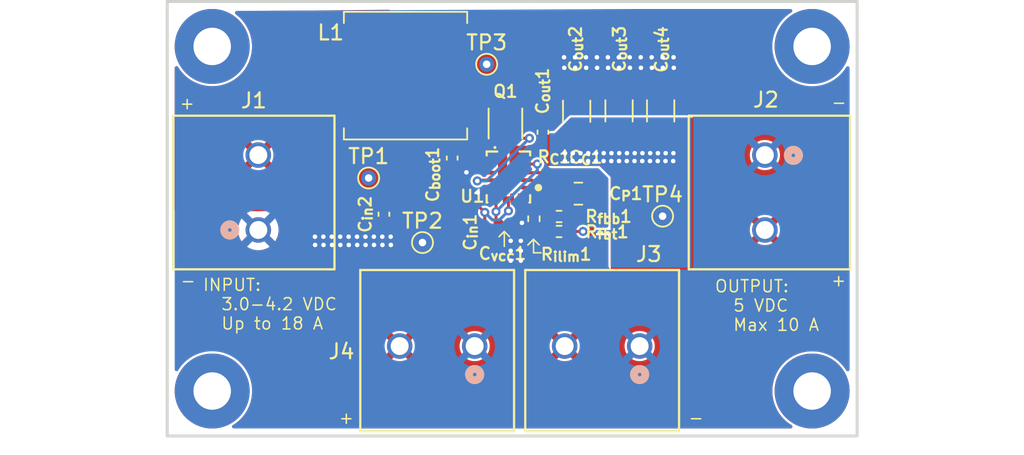
<source format=kicad_pcb>
(kicad_pcb (version 20241229) (generator "pcbnew") (generator_version "9.0")
  (layers (0 "F.Cu" signal) (2 "B.Cu" signal) (13 "F.Paste" user) (15 "B.Paste" user) (5 "F.SilkS" user "F.Silkscreen") (7 "B.SilkS" user "B.Silkscreen") (1 "F.Mask" user) (3 "B.Mask" user) (25 "Edge.Cuts" user))
  (net 0 "")
  (net 1 "Vbat")
  (net 2 "Net-(U1-COMP)")
  (net 3 "+5VDC")
  (net 4 "Net-(U1-SW)")
  (net 5 "Net-(U1-BOOT)")
  (net 6 "Net-(U1-MODE)")
  (net 7 "Net-(U1-DRV)")
  (net 8 "Net-(U1-FB)")
  (net 9 "Net-(U1-ILIM)")
  (net 10 "GND")
  (net 11 "Net-(C_{C}1-Pad1)")
  (footprint "Resistor_SMD:R_0201_0603Metric_Pad0.64x0.40mm_HandSolder" (layer "F.Cu") (at 79.8 51.175)
    (property "Reference" "R_{C}1" (at 0 -1.05 0) (layer "F.SilkS") (effects (font (size 0.8 0.8))))
    (property "Value" "23.7 k")
    (pad "1" smd roundrect (at -0.4075 0) (size 0.635 0.4) (layers "F.Cu" "F.Mask") (net 2 "Net-(U1-COMP)"))
    (pad "2" smd roundrect (at 0.4075 0) (size 0.635 0.4) (layers "F.Cu" "F.Mask") (net 11 "Net-(C_{C}1-Pad1)"))
  )
  (footprint "Capacitor_SMD:C_0201_0603Metric_Pad0.64x0.40mm_HandSolder" (layer "F.Cu") (at 81.625 51.175)
    (property "Reference" "C_{C}1" (at 0.275 -1.025 0) (layer "F.SilkS") (effects (font (size 0.8 0.8))))
    (property "Value" "33.0 nF")
    (pad "1" smd roundrect (at -0.4075 0) (size 0.635 0.4) (layers "F.Cu" "F.Mask") (net 11 "Net-(C_{C}1-Pad1)"))
    (pad "2" smd roundrect (at 0.4075 0) (size 0.635 0.4) (layers "F.Cu" "F.Mask") (net 10 "GND"))
  )
  (footprint "MountingHole:MountingHole_2.5mm_Pad_TopBottom" (layer "F.Cu") (at 97 65.75)
    (property "Reference" "REF**" (hide yes))
    (property "Value" "MountingHole_2.5mm_Pad_TopBottom")
    (pad "1" thru_hole circle (at 0 0) (size 2.9 2.9) (drill 2.5) (layers "*.Cu" "*.Mask"))
    (pad "1" connect circle (at 0 0) (size 5 5) (layers "F.Cu" "F.Mask"))
    (pad "1" connect circle (at 0 0) (size 5 5) (layers "B.Cu" "B.Mask"))
  )
  (footprint "Capacitor_SMD:C_0201_0603Metric_Pad0.64x0.40mm_HandSolder" (layer "F.Cu") (at 76.4825 54.525)
    (property "Reference" "C_{vcc}1" (at -0.1325 2.05 180) (layer "F.SilkS") (effects (font (size 0.8 0.8))))
    (property "Value" "2.2 uF")
    (pad "1" smd roundrect (at -0.4075 0) (size 0.635 0.4) (layers "F.Cu" "F.Mask") (net 6 "Net-(U1-MODE)"))
    (pad "2" smd roundrect (at 0.4075 0) (size 0.635 0.4) (layers "F.Cu" "F.Mask") (net 10 "GND"))
  )
  (footprint "TestPoint:TestPoint_THTPad_D1.0mm_Drill0.5mm" (layer "F.Cu") (at 87.03 54.08)
    (property "Reference" "TP4" (at 0 -1.448 0) (layer "F.SilkS"))
    (property "Value" "TestPoint")
    (fp_circle (center 0 0) (end 0 0.7) (stroke (width 0.12)) (fill no) (layer "F.SilkS"))
    (pad "1" thru_hole circle (at 0 0) (size 1 1) (drill 0.5) (layers "*.Cu" "*.Mask") (net 3 "+5VDC"))
  )
  (footprint "Capacitor_SMD:C_0402_1005Metric_Pad0.74x0.62mm_HandSolder" (layer "F.Cu") (at 79.05 48.475 90)
    (property "Reference" "C_{out}1" (at 2.75 -0.025 90) (layer "F.SilkS") (effects (font (size 0.8 0.8))))
    (property "Value" "100.0 nF")
    (fp_line (start -0.115835 -0.36) (end 0.115835 -0.36) (stroke (width 0.12)) (layer "F.SilkS"))
    (fp_line (start -0.115835 0.36) (end 0.115835 0.36) (stroke (width 0.12)) (layer "F.SilkS"))
    (pad "1" smd roundrect (at -0.5675 0 90) (size 0.735 0.62) (layers "F.Cu" "F.Mask" "F.Paste") (net 3 "+5VDC"))
    (pad "2" smd roundrect (at 0.5675 0 90) (size 0.735 0.62) (layers "F.Cu" "F.Mask" "F.Paste") (net 10 "GND"))
  )
  (footprint "TestPoint:TestPoint_THTPad_D1.0mm_Drill0.5mm" (layer "F.Cu") (at 71.02 55.84)
    (property "Reference" "TP2" (at 0 -1.448 0) (layer "F.SilkS"))
    (property "Value" "TestPoint")
    (fp_circle (center 0 0) (end 0 0.7) (stroke (width 0.12)) (fill no) (layer "F.SilkS"))
    (pad "1" thru_hole circle (at 0 0) (size 1 1) (drill 0.5) (layers "*.Cu" "*.Mask") (net 10 "GND"))
  )
  (footprint "MountingHole:MountingHole_2.5mm_Pad_TopBottom" (layer "F.Cu") (at 97 42.75)
    (property "Reference" "REF**" (hide yes))
    (property "Value" "MountingHole_2.5mm_Pad_TopBottom")
    (pad "1" thru_hole circle (at 0 0) (size 2.9 2.9) (drill 2.5) (layers "*.Cu" "*.Mask"))
    (pad "1" connect circle (at 0 0) (size 5 5) (layers "F.Cu" "F.Mask"))
    (pad "1" connect circle (at 0 0) (size 5 5) (layers "B.Cu" "B.Mask"))
  )
  (footprint "Capacitor_SMD:C_0805_2012Metric_Pad1.18x1.45mm_HandSolder" (layer "F.Cu") (at 81.4125 52.575)
    (property "Reference" "C_{P}1" (at 3.1625 0 0) (layer "F.SilkS") (effects (font (size 0.8 0.8))))
    (property "Value" "47.0 pF")
    (fp_line (start -0.261252 -0.735) (end 0.261252 -0.735) (stroke (width 0.12)) (layer "F.SilkS"))
    (fp_line (start -0.261252 0.735) (end 0.261252 0.735) (stroke (width 0.12)) (layer "F.SilkS"))
    (pad "1" smd roundrect (at -1.0375 0) (size 1.175 1.45) (layers "F.Cu" "F.Mask" "F.Paste") (roundrect_rratio 0.212766) (net 2 "Net-(U1-COMP)"))
    (pad "2" smd roundrect (at 1.0375 0) (size 1.175 1.45) (layers "F.Cu" "F.Mask" "F.Paste") (roundrect_rratio 0.212766) (net 10 "GND"))
  )
  (footprint "Resistor_SMD:R_0402_1005Metric_Pad0.72x0.64mm_HandSolder" (layer "F.Cu") (at 80.125 55.1 180)
    (property "Reference" "R_{fbt}1" (at -3.2 -0.025 0) (layer "F.SilkS") (effects (font (size 0.8 0.8))))
    (property "Value" "57.6 k")
    (fp_line (start -0.167621 0.38) (end 0.167621 0.38) (stroke (width 0.12)) (layer "F.SilkS"))
    (fp_line (start -0.167621 -0.38) (end 0.167621 -0.38) (stroke (width 0.12)) (layer "F.SilkS"))
    (pad "1" smd roundrect (at -0.5975 0 180) (size 0.715 0.64) (layers "F.Cu" "F.Mask" "F.Paste") (net 3 "+5VDC"))
    (pad "2" smd roundrect (at 0.5975 0 180) (size 0.715 0.64) (layers "F.Cu" "F.Mask" "F.Paste") (net 8 "Net-(U1-FB)"))
  )
  (footprint "Inductor_SMD:L_Coilcraft_XAL7070-XXX" (layer "F.Cu") (at 69.89 44.7)
    (property "Reference" "L1" (at -4.99 -2.875 0) (layer "F.SilkS"))
    (property "Value" "1.0 uH" (hide yes))
    (fp_line (start -4.11 -4.26) (end -4.11 -3.51) (stroke (width 0.12)) (layer "F.SilkS"))
    (fp_line (start -4.11 -4.26) (end 4.11 -4.26) (stroke (width 0.12)) (layer "F.SilkS"))
    (fp_line (start -4.11 4.26) (end -4.11 3.51) (stroke (width 0.12)) (layer "F.SilkS"))
    (fp_line (start -4.11 4.26) (end 4.11 4.26) (stroke (width 0.12)) (layer "F.SilkS"))
    (fp_line (start 4.11 -4.26) (end 4.11 -3.51) (stroke (width 0.12)) (layer "F.SilkS"))
    (fp_line (start 4.11 4.26) (end 4.11 3.51) (stroke (width 0.12)) (layer "F.SilkS"))
    (pad "1" smd roundrect (at -2.41 0) (size 1.92 6.5) (layers "F.Cu" "F.Mask" "F.Paste") (roundrect_rratio 0.130208) (net 1 "Vbat"))
    (pad "2" smd roundrect (at 2.41 0) (size 1.92 6.5) (layers "F.Cu" "F.Mask" "F.Paste") (roundrect_rratio 0.130208) (net 4 "Net-(U1-SW)"))
  )
  (footprint "Capacitor_SMD:C_0201_0603Metric_Pad0.64x0.40mm_HandSolder" (layer "F.Cu") (at 75.175 55.05 -90)
    (property "Reference" "C_{in}1" (at 0.1 0.975 90) (layer "F.SilkS") (effects (font (size 0.8 0.8))))
    (property "Value" "22 uF")
    (pad "1" smd roundrect (at -0.4075 0 270) (size 0.635 0.4) (layers "F.Cu" "F.Mask") (net 1 "Vbat"))
    (pad "2" smd roundrect (at 0.4075 0 270) (size 0.635 0.4) (layers "F.Cu" "F.Mask") (net 10 "GND"))
  )
  (footprint "Capacitor_SMD:C_0402_1005Metric_Pad0.74x0.62mm_HandSolder" (layer "F.Cu") (at 68.45 53.95 -90)
    (property "Reference" "C_{in}2" (at 0 1.25 90) (layer "F.SilkS") (effects (font (size 0.8 0.8))))
    (property "Value" "100 nF")
    (fp_line (start -0.115835 0.36) (end 0.115835 0.36) (stroke (width 0.12)) (layer "F.SilkS"))
    (fp_line (start -0.115835 -0.36) (end 0.115835 -0.36) (stroke (width 0.12)) (layer "F.SilkS"))
    (pad "1" smd roundrect (at -0.5675 0 270) (size 0.735 0.62) (layers "F.Cu" "F.Mask" "F.Paste") (net 1 "Vbat"))
    (pad "2" smd roundrect (at 0.5675 0 270) (size 0.735 0.62) (layers "F.Cu" "F.Mask" "F.Paste") (net 10 "GND"))
  )
  (footprint "1792863:CONN_1792863_PXC" (layer "F.Cu") (at 74.5 62.75 180)
    (property "Reference" "J4" (at 8.88 -0.36 0) (layer "F.SilkS"))
    (property "Value" "1792863")
    (fp_line (start 7.627 5.077) (end 7.627 -5.676999) (stroke (width 0.1524)) (layer "F.SilkS"))
    (fp_line (start 7.627 -5.676999) (end -2.627 -5.676999) (stroke (width 0.1524)) (layer "F.SilkS"))
    (fp_line (start -2.627 5.077) (end 7.627 5.077) (stroke (width 0.1524)) (layer "F.SilkS"))
    (fp_line (start -2.627 -5.676999) (end -2.627 5.077) (stroke (width 0.1524)) (layer "F.SilkS"))
    (fp_circle (center 0 -1.9) (end 0.381 -1.9) (stroke (width 0.508)) (fill no) (layer "F.SilkS"))
    (fp_circle (center 0 -1.9) (end 0.381 -1.9) (stroke (width 0.508)) (fill no) (layer "B.SilkS"))
    (pad "1" thru_hole circle (at 0 0 180) (size 1.7018 1.7018) (drill 1.1938) (layers "*.Cu" "*.Mask") (net 10 "GND"))
    (pad "2" thru_hole circle (at 5 0 180) (size 1.7018 1.7018) (drill 1.1938) (layers "*.Cu" "*.Mask") (net 3 "+5VDC"))
  )
  (footprint "Resistor_SMD:R_0402_1005Metric_Pad0.72x0.64mm_HandSolder" (layer "F.Cu") (at 80.125 54.1)
    (property "Reference" "R_{fbb}1" (at 3.3 0 0) (layer "F.SilkS") (effects (font (size 0.8 0.8))))
    (property "Value" "14.3 k")
    (fp_line (start -0.167621 -0.38) (end 0.167621 -0.38) (stroke (width 0.12)) (layer "F.SilkS"))
    (fp_line (start -0.167621 0.38) (end 0.167621 0.38) (stroke (width 0.12)) (layer "F.SilkS"))
    (pad "1" smd roundrect (at -0.5975 0) (size 0.715 0.64) (layers "F.Cu" "F.Mask" "F.Paste") (net 8 "Net-(U1-FB)"))
    (pad "2" smd roundrect (at 0.5975 0) (size 0.715 0.64) (layers "F.Cu" "F.Mask" "F.Paste") (net 10 "GND"))
  )
  (footprint "1792863:CONN_1792863_PXC" (layer "F.Cu") (at 60.075 55 90)
    (property "Reference" "J1" (at 8.64 -0.299999 0) (layer "F.SilkS"))
    (property "Value" "1792863")
    (fp_line (start 7.627 -5.676999) (end -2.627 -5.676999) (stroke (width 0.1524)) (layer "F.SilkS"))
    (fp_line (start -2.627 -5.676999) (end -2.627 5.077) (stroke (width 0.1524)) (layer "F.SilkS"))
    (fp_line (start 7.627 5.077) (end 7.627 -5.676999) (stroke (width 0.1524)) (layer "F.SilkS"))
    (fp_line (start -2.627 5.077) (end 7.627 5.077) (stroke (width 0.1524)) (layer "F.SilkS"))
    (fp_circle (center 0 -1.9) (end 0.381 -1.9) (stroke (width 0.508)) (fill no) (layer "F.SilkS"))
    (fp_circle (center 0 -1.9) (end 0.381 -1.9) (stroke (width 0.508)) (fill no) (layer "B.SilkS"))
    (pad "1" thru_hole circle (at 0 0 90) (size 1.7018 1.7018) (drill 1.1938) (layers "*.Cu" "*.Mask") (net 10 "GND"))
    (pad "2" thru_hole circle (at 5 0 90) (size 1.7018 1.7018) (drill 1.1938) (layers "*.Cu" "*.Mask") (net 1 "Vbat"))
  )
  (footprint "CSD13202Q2:TRANS_CSD13202Q2" (layer "F.Cu") (at 76.55 47.895 90)
    (property "Reference" "Q1" (at 2.145 0 180) (layer "F.SilkS") (effects (font (size 0.8 0.8))))
    (property "Value" "CSD13202Q2")
    (fp_line (start -1 -1.12) (end 1 -1.12) (stroke (width 0.127)) (layer "F.SilkS"))
    (fp_line (start -1 1.12) (end 1 1.12) (stroke (width 0.127)) (layer "F.SilkS"))
    (fp_circle (center -1.6 -0.7) (end -1.55 -0.7) (stroke (width 0.1)) (fill no) (layer "F.SilkS"))
    (pad "1" smd roundrect (at -0.975 -0.65 90) (size 0.45 0.3) (layers "F.Cu" "F.Mask" "F.Paste") (roundrect_rratio 0.1) (net 4 "Net-(U1-SW)"))
    (pad "2" smd roundrect (at -0.975 0 90) (size 0.45 0.3) (layers "F.Cu" "F.Mask" "F.Paste") (roundrect_rratio 0.1) (net 4 "Net-(U1-SW)"))
    (pad "3" smd roundrect (at -0.975 0.65 90) (size 0.45 0.3) (layers "F.Cu" "F.Mask" "F.Paste") (roundrect_rratio 0.1) (net 7 "Net-(U1-DRV)"))
    (pad "4" smd roundrect (at 0.975 0.65 90) (size 0.45 0.3) (layers "F.Cu" "F.Mask" "F.Paste") (roundrect_rratio 0.1) (net 10 "GND"))
    (pad "5" smd roundrect (at 0.975 0 90) (size 0.45 0.3) (layers "F.Cu" "F.Mask" "F.Paste") (roundrect_rratio 0.1) (net 4 "Net-(U1-SW)"))
    (pad "6" smd roundrect (at 0.975 -0.65 90) (size 0.45 0.3) (layers "F.Cu" "F.Mask" "F.Paste") (roundrect_rratio 0.1) (net 4 "Net-(U1-SW)"))
    (pad "7" smd roundrect (at 0.095 0.65 90) (size 0.75 0.3) (layers "F.Cu" "F.Mask") (roundrect_rratio 0.05) (net 10 "GND"))
    (pad "8" smd roundrect (at 0 -0.325 90) (size 1 0.95) (layers "F.Cu" "F.Mask") (roundrect_rratio 0.05) (net 4 "Net-(U1-SW)"))
  )
  (footprint "MountingHole:MountingHole_2.5mm_Pad_TopBottom" (layer "F.Cu") (at 57 65.75)
    (property "Reference" "REF**" (hide yes))
    (property "Value" "MountingHole_2.5mm_Pad_TopBottom")
    (pad "1" thru_hole circle (at 0 0) (size 2.9 2.9) (drill 2.5) (layers "*.Cu" "*.Mask"))
    (pad "1" connect circle (at 0 0) (size 5 5) (layers "F.Cu" "F.Mask"))
    (pad "1" connect circle (at 0 0) (size 5 5) (layers "B.Cu" "B.Mask"))
  )
  (footprint "TestPoint:TestPoint_THTPad_D1.0mm_Drill0.5mm" (layer "F.Cu") (at 67.43 51.53)
    (property "Reference" "TP1" (at 0 -1.448 0) (layer "F.SilkS"))
    (property "Value" "TestPoint")
    (fp_circle (center 0 0) (end 0 0.7) (stroke (width 0.12)) (fill no) (layer "F.SilkS"))
    (pad "1" thru_hole circle (at 0 0) (size 1 1) (drill 0.5) (layers "*.Cu" "*.Mask") (net 1 "Vbat"))
  )
  (footprint "Capacitor_SMD:C_1206_3216Metric_Pad1.33x1.80mm_HandSolder" (layer "F.Cu") (at 84.125 47.05 90)
    (property "Reference" "C_{out}3" (at 4.125 0.025 90) (layer "F.SilkS") (effects (font (size 0.8 0.8))))
    (property "Value" "220 uF")
    (fp_line (start -0.711252 -0.91) (end 0.711252 -0.91) (stroke (width 0.12)) (layer "F.SilkS"))
    (fp_line (start -0.711252 0.91) (end 0.711252 0.91) (stroke (width 0.12)) (layer "F.SilkS"))
    (pad "1" smd roundrect (at -1.5625 0 90) (size 1.325 1.8) (layers "F.Cu" "F.Mask" "F.Paste") (roundrect_rratio 0.188679) (net 3 "+5VDC"))
    (pad "2" smd roundrect (at 1.5625 0 90) (size 1.325 1.8) (layers "F.Cu" "F.Mask" "F.Paste") (roundrect_rratio 0.188679) (net 10 "GND"))
  )
  (footprint "Resistor_SMD:R_0402_1005Metric_Pad0.72x0.64mm_HandSolder" (layer "F.Cu") (at 78.45 54.25 -90)
    (property "Reference" "R_{ilim}1" (at 2.375 -2.15 180) (layer "F.SilkS") (effects (font (size 0.8 0.8))))
    (property "Value" "20.0 k")
    (fp_line (start -0.167621 0.38) (end 0.167621 0.38) (stroke (width 0.12)) (layer "F.SilkS"))
    (fp_line (start -0.167621 -0.38) (end 0.167621 -0.38) (stroke (width 0.12)) (layer "F.SilkS"))
    (pad "1" smd roundrect (at -0.5975 0 270) (size 0.715 0.64) (layers "F.Cu" "F.Mask" "F.Paste") (net 9 "Net-(U1-ILIM)"))
    (pad "2" smd roundrect (at 0.5975 0 270) (size 0.715 0.64) (layers "F.Cu" "F.Mask" "F.Paste") (net 10 "GND"))
  )
  (footprint "TPS61287RZPR:RZP0014A-MFG" (layer "F.Cu") (at 76.75 51.465 180)
    (property "Reference" "U1" (at 2.4 -1.285 0) (layer "F.SilkS") (effects (font (size 0.8 0.8))))
    (property "Value" "TPS61287RZPR" (hide yes))
    (fp_line (start 1.45 1.699999) (end 1.45 1.44) (stroke (width 0.15)) (layer "F.SilkS"))
    (fp_line (start 1.45 -1.21) (end 1.45 -1.699999) (stroke (width 0.15)) (layer "F.SilkS"))
    (fp_line (start 1.4 -1.699999) (end 1.45 -1.699999) (stroke (width 0.15)) (layer "F.SilkS"))
    (fp_line (start 0.750001 1.699999) (end 1.45 1.699999) (stroke (width 0.15)) (layer "F.SilkS"))
    (fp_line (start -1.45 1.699999) (end -0.750001 1.699999) (stroke (width 0.15)) (layer "F.SilkS"))
    (fp_line (start -1.45 1.699999) (end -1.45 1.44) (stroke (width 0.15)) (layer "F.SilkS"))
    (fp_line (start -1.45 -1.21) (end -1.45 -1.699999) (stroke (width 0.15)) (layer "F.SilkS"))
    (fp_line (start -1.45 -1.699999) (end -1.4 -1.699999) (stroke (width 0.15)) (layer "F.SilkS"))
    (fp_circle (center -2.000001 -0.710001) (end -1.875 -0.710001) (stroke (width 0.25)) (fill no) (layer "F.SilkS"))
    (pad "1" smd rect (at -1.15 -0.710001 270) (size 0.249999 0.599999) (layers "F.Cu" "F.Mask" "F.Paste") (net 9 "Net-(U1-ILIM)"))
    (pad "2" smd rect (at -1.15 -0.21 270) (size 0.249999 0.599999) (layers "F.Cu" "F.Mask" "F.Paste") (net 8 "Net-(U1-FB)"))
    (pad "3" smd rect (at -1.15 0.289999 270) (size 0.249999 0.599999) (layers "F.Cu" "F.Mask" "F.Paste") (net 2 "Net-(U1-COMP)"))
    (pad "4" smd rect (at -1.15 0.865 270) (size 0.399999 0.599999) (layers "F.Cu" "F.Mask" "F.Paste") (net 6 "Net-(U1-MODE)"))
    (pad "5" smd rect (at -0.25 0.750001 180) (size 0.249999 1.899999) (layers "F.Cu" "F.Mask" "F.Paste") (net 3 "+5VDC"))
    (pad "6" smd rect (at 0.25 0.750001 180) (size 0.249999 1.899999) (layers "F.Cu" "F.Mask" "F.Paste") (net 4 "Net-(U1-SW)"))
    (pad "7" smd rect (at 1.15 0.865 270) (size 0.399999 0.599999) (layers "F.Cu" "F.Mask" "F.Paste") (net 5 "Net-(U1-BOOT)"))
    (pad "8" smd rect (at 1.15 0.289999 270) (size 0.249999 0.599999) (layers "F.Cu" "F.Mask" "F.Paste") (net 10 "GND"))
    (pad "9" smd rect (at 1.15 -0.21 270) (size 0.249999 0.599999) (layers "F.Cu" "F.Mask" "F.Paste") (net 7 "Net-(U1-DRV)"))
    (pad "10" smd rect (at 1.15 -0.710001 270) (size 0.249999 0.599999) (layers "F.Cu" "F.Mask" "F.Paste") (net 10 "GND"))
    (pad "11" smd rect (at 0.825 -1.4 180) (size 0.399999 0.599999) (layers "F.Cu" "F.Mask" "F.Paste") (net 6 "Net-(U1-MODE)"))
    (pad "12" smd rect (at 0.25 -1.4 180) (size 0.249999 0.599999) (layers "F.Cu" "F.Mask" "F.Paste") (net 1 "Vbat"))
    (pad "13" smd rect (at -0.25 -1.4 180) (size 0.249999 0.599999) (layers "F.Cu" "F.Mask" "F.Paste") (net 1 "Vbat"))
    (pad "14" smd rect (at -0.825 -1.4 180) (size 0.399999 0.599999) (layers "F.Cu" "F.Mask" "F.Paste") (net 10 "GND"))
  )
  (footprint "Capacitor_SMD:C_0402_1005Metric_Pad0.74x0.62mm_HandSolder" (layer "F.Cu") (at 73 50.2 -90)
    (property "Reference" "C_{boot}1" (at 1.1 1.3 90) (layer "F.SilkS") (effects (font (size 0.8 0.8))))
    (property "Value" "100 nF" (hide yes))
    (fp_line (start -0.115835 0.36) (end 0.115835 0.36) (stroke (width 0.12)) (layer "F.SilkS"))
    (fp_line (start -0.115835 -0.36) (end 0.115835 -0.36) (stroke (width 0.12)) (layer "F.SilkS"))
    (pad "1" smd roundrect (at -0.5675 0 270) (size 0.735 0.62) (layers "F.Cu" "F.Mask" "F.Paste") (net 4 "Net-(U1-SW)"))
    (pad "2" smd roundrect (at 0.5675 0 270) (size 0.735 0.62) (layers "F.Cu" "F.Mask" "F.Paste") (net 5 "Net-(U1-BOOT)"))
  )
  (footprint "MountingHole:MountingHole_2.5mm_Pad_TopBottom" (layer "F.Cu") (at 57 42.75)
    (property "Reference" "REF**" (hide yes))
    (property "Value" "MountingHole_2.5mm_Pad_TopBottom")
    (pad "1" thru_hole circle (at 0 0) (size 2.9 2.9) (drill 2.5) (layers "*.Cu" "*.Mask"))
    (pad "1" connect circle (at 0 0) (size 5 5) (layers "F.Cu" "F.Mask"))
    (pad "1" connect circle (at 0 0) (size 5 5) (layers "B.Cu" "B.Mask"))
  )
  (footprint "Capacitor_SMD:C_1206_3216Metric_Pad1.33x1.80mm_HandSolder" (layer "F.Cu") (at 81.3 47.075 90)
    (property "Reference" "C_{out}2" (at 4.15 -0.075 90) (layer "F.SilkS") (effects (font (size 0.8 0.8))))
    (property "Value" "220 uF")
    (fp_line (start -0.711252 -0.91) (end 0.711252 -0.91) (stroke (width 0.12)) (layer "F.SilkS"))
    (fp_line (start -0.711252 0.91) (end 0.711252 0.91) (stroke (width 0.12)) (layer "F.SilkS"))
    (pad "1" smd roundrect (at -1.5625 0 90) (size 1.325 1.8) (layers "F.Cu" "F.Mask" "F.Paste") (roundrect_rratio 0.188679) (net 3 "+5VDC"))
    (pad "2" smd roundrect (at 1.5625 0 90) (size 1.325 1.8) (layers "F.Cu" "F.Mask" "F.Paste") (roundrect_rratio 0.188679) (net 10 "GND"))
  )
  (footprint "Capacitor_SMD:C_1206_3216Metric_Pad1.33x1.80mm_HandSolder" (layer "F.Cu") (at 86.9 47.05 90)
    (property "Reference" "C_{out}4" (at 4.1 0.05 90) (layer "F.SilkS") (effects (font (size 0.8 0.8))))
    (property "Value" "220 uF")
    (fp_line (start -0.711252 -0.91) (end 0.711252 -0.91) (stroke (width 0.12)) (layer "F.SilkS"))
    (fp_line (start -0.711252 0.91) (end 0.711252 0.91) (stroke (width 0.12)) (layer "F.SilkS"))
    (pad "1" smd roundrect (at -1.5625 0 90) (size 1.325 1.8) (layers "F.Cu" "F.Mask" "F.Paste") (roundrect_rratio 0.188679) (net 3 "+5VDC"))
    (pad "2" smd roundrect (at 1.5625 0 90) (size 1.325 1.8) (layers "F.Cu" "F.Mask" "F.Paste") (roundrect_rratio 0.188679) (net 10 "GND"))
  )
  (footprint "1792863:CONN_1792863_PXC" (layer "F.Cu") (at 93.85 50 -90)
    (property "Reference" "J2" (at -3.69 -0.07 0) (layer "F.SilkS"))
    (property "Value" "1792863")
    (fp_line (start -2.627 5.077) (end 7.627 5.077) (stroke (width 0.1524)) (layer "F.SilkS"))
    (fp_line (start 7.627 5.077) (end 7.627 -5.676999) (stroke (width 0.1524)) (layer "F.SilkS"))
    (fp_line (start -2.627 -5.676999) (end -2.627 5.077) (stroke (width 0.1524)) (layer "F.SilkS"))
    (fp_line (start 7.627 -5.676999) (end -2.627 -5.676999) (stroke (width 0.1524)) (layer "F.SilkS"))
    (fp_circle (center 0.019 -1.9) (end 0.4 -1.9) (stroke (width 0.508)) (fill no) (layer "F.SilkS"))
    (fp_circle (center 0.019 -1.9) (end 0.4 -1.9) (stroke (width 0.508)) (fill no) (layer "B.SilkS"))
    (pad "1" thru_hole circle (at 0 0 270) (size 1.7018 1.7018) (drill 1.1938) (layers "*.Cu" "*.Mask") (net 10 "GND"))
    (pad "2" thru_hole circle (at 5 0 270) (size 1.7018 1.7018) (drill 1.1938) (layers "*.Cu" "*.Mask") (net 3 "+5VDC"))
  )
  (footprint "TestPoint:TestPoint_THTPad_D1.0mm_Drill0.5mm" (layer "F.Cu") (at 75.3 43.94)
    (property "Reference" "TP3" (at 0 -1.448 0) (layer "F.SilkS"))
    (property "Value" "TestPoint")
    (fp_circle (center 0 0) (end 0 0.7) (stroke (width 0.12)) (fill no) (layer "F.SilkS"))
    (pad "1" thru_hole circle (at 0 0) (size 1 1) (drill 0.5) (layers "*.Cu" "*.Mask") (net 4 "Net-(U1-SW)"))
  )
  (footprint "1792863:CONN_1792863_PXC" (layer "F.Cu") (at 85.5 62.75 180)
    (property "Reference" "J3" (at -0.61 6.13 0) (layer "F.SilkS"))
    (property "Value" "1792863")
    (fp_line (start 7.627 5.077) (end 7.627 -5.676999) (stroke (width 0.1524)) (layer "F.SilkS"))
    (fp_line (start 7.627 -5.676999) (end -2.627 -5.676999) (stroke (width 0.1524)) (layer "F.SilkS"))
    (fp_line (start -2.627 5.077) (end 7.627 5.077) (stroke (width 0.1524)) (layer "F.SilkS"))
    (fp_line (start -2.627 -5.676999) (end -2.627 5.077) (stroke (width 0.1524)) (layer "F.SilkS"))
    (fp_circle (center 0 -1.9) (end 0.381 -1.9) (stroke (width 0.508)) (fill no) (layer "F.SilkS"))
    (fp_circle (center 0 -1.9) (end 0.381 -1.9) (stroke (width 0.508)) (fill no) (layer "B.SilkS"))
    (pad "1" thru_hole circle (at 0 0 180) (size 1.7018 1.7018) (drill 1.1938) (layers "*.Cu" "*.Mask") (net 10 "GND"))
    (pad "2" thru_hole circle (at 5 0 180) (size 1.7018 1.7018) (drill 1.1938) (layers "*.Cu" "*.Mask") (net 3 "+5VDC"))
  )
  (gr_line (start 76.475 55.1) (end 76.125 55.45) (stroke (width 0.1)) (layer "F.SilkS"))
  (gr_line (start 76.475 55.1) (end 76.825 55.45) (stroke (width 0.1)) (layer "F.SilkS"))
  (gr_line (start 78.425 55.625) (end 78.8 56) (stroke (width 0.1)) (layer "F.SilkS"))
  (gr_line (start 78.05 56) (end 78.425 55.625) (stroke (width 0.1)) (layer "F.SilkS"))
  (gr_line (start 76.125 55.45) (end 76.475 55.1) (stroke (width 0.1)) (layer "F.SilkS"))
  (gr_line (start 76.475 55.1) (end 76.475 56.1) (stroke (width 0.1)) (layer "F.SilkS"))
  (gr_line (start 78.425 56.525) (end 78.925 56.525) (stroke (width 0.1)) (layer "F.SilkS"))
  (gr_line (start 78.425 55.625) (end 78.05 56) (stroke (width 0.1)) (layer "F.SilkS"))
  (gr_line (start 78.425 55.625) (end 78.425 56.525) (stroke (width 0.1)) (layer "F.SilkS"))
  (gr_rect (start 54 39.75) (end 100 68.75) (stroke (width 0.2)) (fill no) (layer "Edge.Cuts"))
  (gr_text "+" (at 65.38 68.01 0) (layer "F.SilkS") (effects (font (size 0.8 0.8) (thickness 0.1)) (justify left bottom)))
  (gr_text "INPUT:\n  3.0-4.2 VDC\n  Up to 18 A" (at 56.33 61.71 0) (layer "F.SilkS") (effects (font (size 0.8 0.8) (thickness 0.1)) (justify left bottom)))
  (gr_text "-" (at 54.83 58.86 0) (layer "F.SilkS") (effects (font (size 0.8 0.8) (thickness 0.1)) (justify left bottom)))
  (gr_text "+" (at 98.21 58.83 0) (layer "F.SilkS") (effects (font (size 0.8 0.8) (thickness 0.1)) (justify left bottom)))
  (gr_text "-" (at 98.23 46.95 0) (layer "F.SilkS") (effects (font (size 0.8 0.8) (thickness 0.1)) (justify left bottom)))
  (gr_text "OUTPUT:\n  5 VDC\n  Max 10 A" (at 90.46 61.8 0) (layer "F.SilkS") (effects (font (size 0.8 0.8) (thickness 0.1)) (justify left bottom)))
  (gr_text "+" (at 54.77 47.01 0) (layer "F.SilkS") (effects (font (size 0.8 0.8) (thickness 0.1)) (justify left bottom)))
  (gr_text "-" (at 88.7 68.01 0) (layer "F.SilkS") (effects (font (size 0.8 0.8) (thickness 0.1)) (justify left bottom)))
  (segment (start 76.5 52.865) (end 76.75 52.865) (width 0.2) (layer "F.Cu") (net 1))
  (segment (start 76.75 52.865) (end 76.75 53.725) (width 0.2) (layer "F.Cu") (net 1))
  (segment (start 76.75 52.865) (end 77 52.865) (width 0.2) (layer "F.Cu") (net 1))
  (segment (start 74.731715 53.3825) (end 68.45 53.3825) (width 0.2) (layer "F.Cu") (net 1))
  (segment (start 75.174264 53.825049) (end 74.731715 53.3825) (width 0.2) (layer "F.Cu") (net 1))
  (segment (start 75.175 54.6425) (end 75.175 53.825785) (width 0.2) (layer "F.Cu") (net 1))
  (segment (start 75.175 53.825785) (end 75.174264 53.825049) (width 0.2) (layer "F.Cu") (net 1))
  (segment (start 76.75 53.725) (end 76.753106 53.728106) (width 0.2) (layer "F.Cu") (net 1))
  (via (at 75.174264 53.825049) (size 0.6) (drill 0.3) (layers "F.Cu" "B.Cu") (net 1))
  (via (at 76.753106 53.728106) (size 0.6) (drill 0.3) (layers "F.Cu" "B.Cu") (net 1))
  (segment (start 76.152812 54.3284) (end 76.753106 53.728106) (width 0.2) (layer "B.Cu") (net 1))
  (segment (start 75.677615 54.3284) (end 76.152812 54.3284) (width 0.2) (layer "B.Cu") (net 1))
  (segment (start 75.174264 53.825049) (end 75.677615 54.3284) (width 0.2) (layer "B.Cu") (net 1))
  (segment (start 77.9 51.175001) (end 79.3925 51.175) (width 0.2) (layer "F.Cu") (net 2))
  (segment (start 79.3925 51.175) (end 79.3925 51.5925) (width 0.2) (layer "F.Cu") (net 2))
  (segment (start 79.3925 51.5925) (end 80.375 52.575) (width 0.2) (layer "F.Cu") (net 2))
  (segment (start 80.7225 55.1) (end 81.725 55.1) (width 0.2) (layer "F.Cu") (net 3))
  (via (at 87.75 49.875) (size 0.6) (drill 0.3) (layers "F.Cu" "B.Cu") (net 3))
  (via (at 84.653571 49.875) (size 0.6) (drill 0.3) (layers "F.Cu" "B.Cu") (net 3))
  (via (at 85.673214 50.4) (size 0.6) (drill 0.3) (layers "F.Cu" "B.Cu") (net 3))
  (via (at 82.060714 50.4) (size 0.6) (drill 0.3) (layers "F.Cu" "B.Cu") (net 3))
  (via (at 83.092857 50.4) (size 0.6) (drill 0.3) (layers "F.Cu" "B.Cu") (net 3))
  (via (at 81.041071 49.875) (size 0.6) (drill 0.3) (layers "F.Cu" "B.Cu") (net 3))
  (via (at 81.557143 49.875) (size 0.6) (drill 0.3) (layers "F.Cu" "B.Cu") (net 3))
  (via (at 82.073214 49.875) (size 0.6) (drill 0.3) (layers "F.Cu" "B.Cu") (net 3))
  (via (at 86.189286 50.4) (size 0.6) (drill 0.3) (layers "F.Cu" "B.Cu") (net 3))
  (via (at 81.725 55.1) (size 0.6) (drill 0.3) (layers "F.Cu" "B.Cu") (net 3))
  (via (at 87.233929 49.875) (size 0.6) (drill 0.3) (layers "F.Cu" "B.Cu") (net 3))
  (via (at 85.685714 49.875) (size 0.6) (drill 0.3) (layers "F.Cu" "B.Cu") (net 3))
  (via (at 85.157143 50.4) (size 0.6) (drill 0.3) (layers "F.Cu" "B.Cu") (net 3))
  (via (at 80.5125 50.4) (size 0.6) (drill 0.3) (layers "F.Cu" "B.Cu") (net 3))
  (via (at 83.105357 49.875) (size 0.6) (drill 0.3) (layers "F.Cu" "B.Cu") (net 3))
  (via (at 83.621429 49.875) (size 0.6) (drill 0.3) (layers "F.Cu" "B.Cu") (net 3))
  (via (at 86.705357 50.4) (size 0.6) (drill 0.3) (layers "F.Cu" "B.Cu") (net 3))
  (via (at 87.7375 50.4) (size 0.6) (drill 0.3) (layers "F.Cu" "B.Cu") (net 3))
  (via (at 81.544643 50.4) (size 0.6) (drill 0.3) (layers "F.Cu" "B.Cu") (net 3))
  (via (at 86.717857 49.875) (size 0.6) (drill 0.3) (layers "F.Cu" "B.Cu") (net 3))
  (via (at 82.576786 50.4) (size 0.6) (drill 0.3) (layers "F.Cu" "B.Cu") (net 3))
  (via (at 86.201786 49.875) (size 0.6) (drill 0.3) (layers "F.Cu" "B.Cu") (net 3))
  (via (at 80.525 49.875) (size 0.6) (drill 0.3) (layers "F.Cu" "B.Cu") (net 3))
  (via (at 82.589286 49.875) (size 0.6) (drill 0.3) (layers "F.Cu" "B.Cu") (net 3))
  (via (at 83.608929 50.4) (size 0.6) (drill 0.3) (layers "F.Cu" "B.Cu") (net 3))
  (via (at 84.125 50.4) (size 0.6) (drill 0.3) (layers "F.Cu" "B.Cu") (net 3))
  (via (at 87.221429 50.4) (size 0.6) (drill 0.3) (layers "F.Cu" "B.Cu") (net 3))
  (via (at 84.641071 50.4) (size 0.6) (drill 0.3) (layers "F.Cu" "B.Cu") (net 3))
  (via (at 81.028571 50.4) (size 0.6) (drill 0.3) (layers "F.Cu" "B.Cu") (net 3))
  (via (at 85.169643 49.875) (size 0.6) (drill 0.3) (layers "F.Cu" "B.Cu") (net 3))
  (via (at 84.1375 49.875) (size 0.6) (drill 0.3) (layers "F.Cu" "B.Cu") (net 3))
  (segment (start 81.725 55.1) (end 83.8 55.1) (width 0.2) (layer "B.Cu") (net 3))
  (segment (start 73.1675 50.6) (end 75.6 50.6) (width 0.2) (layer "F.Cu") (net 5))
  (segment (start 73 50.7675) (end 73.1675 50.6) (width 0.2) (layer "F.Cu") (net 5))
  (segment (start 78.675 50.6) (end 77.9 50.6) (width 0.2) (layer "F.Cu") (net 6))
  (segment (start 75.925 52.865) (end 75.925 53.775) (width 0.2) (layer "F.Cu") (net 6))
  (segment (start 75.925 54.375) (end 76.075 54.525) (width 0.2) (layer "F.Cu") (net 6))
  (segment (start 75.925 53.775) (end 75.925 54.375) (width 0.2) (layer "F.Cu") (net 6))
  (via (at 75.925 53.775) (size 0.6) (drill 0.3) (layers "F.Cu" "B.Cu") (net 6))
  (via (at 78.675 50.6) (size 0.6) (drill 0.3) (layers "F.Cu" "B.Cu") (net 6))
  (segment (start 75.925 53.775) (end 78.675 51.025) (width 0.2) (layer "B.Cu") (net 6))
  (segment (start 78.675 51.025) (end 78.675 50.6) (width 0.2) (layer "B.Cu") (net 6))
  (segment (start 77.205 48.875) (end 77.2 48.87) (width 0.2) (layer "F.Cu") (net 7))
  (segment (start 75.6 51.675) (end 74.727401 51.675) (width 0.2) (layer "F.Cu") (net 7))
  (segment (start 74.727401 51.675) (end 74.675 51.727401) (width 0.2) (layer "F.Cu") (net 7))
  (segment (start 78.15 48.875) (end 77.205 48.875) (width 0.2) (layer "F.Cu") (net 7))
  (via (at 78.15 48.875) (size 0.6) (drill 0.3) (layers "F.Cu" "B.Cu") (net 7))
  (via (at 74.675 51.727401) (size 0.6) (drill 0.3) (layers "F.Cu" "B.Cu") (net 7))
  (segment (start 75.297599 51.727401) (end 78.15 48.875) (width 0.2) (layer "B.Cu") (net 7))
  (segment (start 74.675 51.727401) (end 75.297599 51.727401) (width 0.2) (layer "B.Cu") (net 7))
  (segment (start 79.5275 54.1) (end 79.5275 52.870703) (width 0.2) (layer "F.Cu") (net 8))
  (segment (start 79.5275 52.870703) (end 78.331797 51.675) (width 0.2) (layer "F.Cu") (net 8))
  (segment (start 78.331797 51.675) (end 77.9 51.675) (width 0.2) (layer "F.Cu") (net 8))
  (segment (start 79.5275 54.1) (end 79.5275 55.1) (width 0.2) (layer "F.Cu") (net 8))
  (segment (start 78.45 52.725001) (end 78.45 53.6525) (width 0.2) (layer "F.Cu") (net 9))
  (segment (start 77.9 52.175001) (end 78.45 52.725001) (width 0.2) (layer "F.Cu") (net 9))
  (segment (start 82.3784 54.829352) (end 81.649048 54.1) (width 0.4) (layer "F.Cu") (net 10))
  (segment (start 78.45 54.8475) (end 78.45 55.110492) (width 0.4) (layer "F.Cu") (net 10))
  (segment (start 75.6 52.175001) (end 75.024999 52.175001) (width 0.2) (layer "F.Cu") (net 10))
  (segment (start 82.45 52.575) (end 82.45 51.5925) (width 0.4) (layer "F.Cu") (net 10))
  (segment (start 79.112908 55.7734) (end 81.975648 55.7734) (width 0.4) (layer "F.Cu") (net 10))
  (segment (start 75.024999 52.175001) (end 74.7 52.5) (width 0.2) (layer "F.Cu") (net 10))
  (segment (start 81.649048 54.1) (end 80.7225 54.1) (width 0.4) (layer "F.Cu") (net 10))
  (segment (start 73.972601 51.175001) (end 73.95 51.1524) (width 0.2) (layer "F.Cu") (net 10))
  (segment (start 77.65 54.525) (end 78.1275 54.525) (width 0.4) (layer "F.Cu") (net 10))
  (segment (start 80.925 54.1) (end 82.45 52.575) (width 0.4) (layer "F.Cu") (net 10))
  (segment (start 75.6 51.175001) (end 73.972601 51.175001) (width 0.2) (layer "F.Cu") (net 10))
  (segment (start 81.975648 55.7734) (end 82.3784 55.370648) (width 0.4) (layer "F.Cu") (net 10))
  (segment (start 78.45 55.110492) (end 79.112908 55.7734) (width 0.4) (layer "F.Cu") (net 10))
  (segment (start 82.45 51.5925) (end 82.0325 51.175) (width 0.4) (layer "F.Cu") (net 10))
  (segment (start 78.1275 54.525) (end 78.45 54.8475) (width 0.4) (layer "F.Cu") (net 10))
  (segment (start 80.7225 54.1) (end 80.925 54.1) (width 0.4) (layer "F.Cu") (net 10))
  (segment (start 82.3784 55.370648) (end 82.3784 54.829352) (width 0.4) (layer "F.Cu") (net 10))
  (segment (start 76.89 54.525) (end 77.65 54.525) (width 0.4) (layer "F.Cu") (net 10))
  (via (at 65.544444 56) (size 0.6) (drill 0.3) (layers "F.Cu" "B.Cu") (net 10))
  (via (at 76.9 56.3875) (size 0.6) (drill 0.3) (layers "F.Cu" "B.Cu") (net 10))
  (via (at 63.85 55.45) (size 0.6) (drill 0.3) (layers "F.Cu" "B.Cu") (net 10))
  (via (at 68.35 56) (size 0.6) (drill 0.3) (layers "F.Cu" "B.Cu") (net 10))
  (via (at 67.788889 56) (size 0.6) (drill 0.3) (layers "F.Cu" "B.Cu") (net 10))
  (via (at 66.655556 55.45) (size 0.6) (drill 0.3) (layers "F.Cu" "B.Cu") (net 10))
  (via (at 67.227778 56) (size 0.6) (drill 0.3) (layers "F.Cu" "B.Cu") (net 10))
  (via (at 86.3 43.475) (size 0.6) (drill 0.3) (layers "F.Cu" "B.Cu") (net 10))
  (via (at 87.76 43.475) (size 0.6) (drill 0.3) (layers "F.Cu" "B.Cu") (net 10))
  (via (at 66.105555 56) (size 0.6) (drill 0.3) (layers "F.Cu" "B.Cu") (net 10))
  (via (at 81.935 44.175) (size 0.6) (drill 0.3) (layers "F.Cu" "B.Cu") (net 10))
  (via (at 67.777778 55.45) (size 0.6) (drill 0.3) (layers "F.Cu" "B.Cu") (net 10))
  (via (at 82.65 43.475) (size 0.6) (drill 0.3) (layers "F.Cu" "B.Cu") (net 10))
  (via (at 64.422222 56) (size 0.6) (drill 0.3) (layers "F.Cu" "B.Cu") (net 10))
  (via (at 77.575 57.05) (size 0.6) (drill 0.3) (layers "F.Cu" "B.Cu") (net 10))
  (via (at 85.57 43.475) (size 0.6) (drill 0.3) (layers "F.Cu" "B.Cu") (net 10))
  (via (at 74.7 52.5) (size 0.6) (drill 0.3) (layers "F.Cu" "B.Cu") (net 10))
  (via (at 64.983333 56) (size 0.6) (drill 0.3) (layers "F.Cu" "B.Cu") (net 10))
  (via (at 81.92 43.475) (size 0.6) (drill 0.3) (layers "F.Cu" "B.Cu") (net 10))
  (via (at 65.533333 55.45) (size 0.6) (drill 0.3) (layers "F.Cu" "B.Cu") (net 10))
  (via (at 68.911111 56) (size 0.6) (drill 0.3) (layers "F.Cu" "B.Cu") (net 10))
  (via (at 84.125 44.175) (size 0.6) (drill 0.3) (layers "F.Cu" "B.Cu") (net 10))
  (via (at 77.575 55.725) (size 0.6) (drill 0.3) (layers "F.Cu" "B.Cu") (net 10))
  (via (at 87.045 44.175) (size 0.6) (drill 0.3) (layers "F.Cu" "B.Cu") (net 10))
  (via (at 83.38 43.475) (size 0.6) (drill 0.3) (layers "F.Cu" "B.Cu") (net 10))
  (via (at 64.411111 55.45) (size 0.6) (drill 0.3) (layers "F.Cu" "B.Cu") (net 10))
  (via (at 81.19 43.475) (size 0.6) (drill 0.3) (layers "F.Cu" "B.Cu") (net 10))
  (via (at 76.9 55.725) (size 0.6) (drill 0.3) (layers "F.Cu" "B.Cu") (net 10))
  (via (at 83.395 44.175) (size 0.6) (drill 0.3) (layers "F.Cu" "B.Cu") (net 10))
  (via (at 87.775 44.175) (size 0.6) (drill 0.3) (layers "F.Cu" "B.Cu") (net 10))
  (via (at 85.585 44.175) (size 0.6) (drill 0.3) (layers "F.Cu" "B.Cu") (net 10))
  (via (at 64.972222 55.45) (size 0.6) (drill 0.3) (layers "F.Cu" "B.Cu") (net 10))
  (via (at 68.338889 55.45) (size 0.6) (drill 0.3) (layers "F.Cu" "B.Cu") (net 10))
  (via (at 84.11 43.475) (size 0.6) (drill 0.3) (layers "F.Cu" "B.Cu") (net 10))
  (via (at 87.03 43.475) (size 0.6) (drill 0.3) (layers "F.Cu" "B.Cu") (net 10))
  (via (at 84.855 44.175) (size 0.6) (drill 0.3) (layers "F.Cu" "B.Cu") (net 10))
  (via (at 77.575 56.3875) (size 0.6) (drill 0.3) (layers "F.Cu" "B.Cu") (net 10))
  (via (at 66.666667 56) (size 0.6) (drill 0.3) (layers "F.Cu" "B.Cu") (net 10))
  (via (at 66.094444 55.45) (size 0.6) (drill 0.3) (layers "F.Cu" "B.Cu") (net 10))
  (via (at 82.665 44.175) (size 0.6) (drill 0.3) (layers "F.Cu" "B.Cu") (net 10))
  (via (at 80.46 43.475) (size 0.6) (drill 0.3) (layers "F.Cu" "B.Cu") (net 10))
  (via (at 84.84 43.475) (size 0.6) (drill 0.3) (layers "F.Cu" "B.Cu") (net 10))
  (via (at 77.65 54.525) (size 0.6) (drill 0.3) (layers "F.Cu" "B.Cu") (net 10))
  (via (at 81.205 44.175) (size 0.6) (drill 0.3) (layers "F.Cu" "B.Cu") (net 10))
  (via (at 86.315 44.175) (size 0.6) (drill 0.3) (layers "F.Cu" "B.Cu") (net 10))
  (via (at 67.216667 55.45) (size 0.6) (drill 0.3) (layers "F.Cu" "B.Cu") (net 10))
  (via (at 68.9 55.45) (size 0.6) (drill 0.3) (layers "F.Cu" "B.Cu") (net 10))
  (via (at 76.9 57.05) (size 0.6) (drill 0.3) (layers "F.Cu" "B.Cu") (net 10))
  (via (at 63.861111 56) (size 0.6) (drill 0.3) (layers "F.Cu" "B.Cu") (net 10))
  (via (at 73.95 51.1524) (size 0.6) (drill 0.3) (layers "F.Cu" "B.Cu") (net 10))
  (via (at 80.475 44.175) (size 0.6) (drill 0.3) (layers "F.Cu" "B.Cu") (net 10))
  (segment (start 75.248389 54.6818) (end 77.4932 54.6818) (width 0.2) (layer "B.Cu") (net 10))
  (segment (start 74.620864 52.579136) (end 74.620864 54.054275) (width 0.2) (layer "B.Cu") (net 10))
  (segment (start 74.620864 54.054275) (end 75.248389 54.6818) (width 0.2) (layer "B.Cu") (net 10))
  (segment (start 77.4932 54.6818) (end 77.65 54.525) (width 0.2) (layer "B.Cu") (net 10))
  (segment (start 74.7 52.5) (end 74.620864 52.579136) (width 0.2) (layer "B.Cu") (net 10))
  (segment (start 80.2075 51.175) (end 81.2175 51.175) (width 0.2) (layer "F.Cu") (net 11))
  (zone (net 3) (net_name "+5VDC") (layer "F.Cu") (priority 3) (connect_pads thru_hole_only (clearance 0.1524)) (min_thickness 0.25) (fill yes (thermal_gap 0.5) (thermal_bridge_width 0.5))
    (polygon (pts (xy 76.825 49.375) (xy 78.1 49.375) (xy 78.925 48.55) (xy 79.85 48.55) (xy 80.9 47.5) (xy 99.41 47.5) (xy 99.41 68.65) (xy 66.74 68.57) (xy 66.76 58.04) (xy 83.575 58.041901) (xy 83.575 51.475) (xy 82.825 50.725) (xy 79.3 50.725) (xy 78.775 50.2) (xy 77.425 50.2) (xy 77.45 50.175) (xy 77.45 51.6) (xy 77.225 51.825) (xy 76.825 51.825)))
  )
  (zone (net 4) (net_name "Net-(U1-SW)") (layer "F.Cu") (priority 1) (connect_pads yes (clearance 0.1524)) (min_thickness 0.25) (fill yes (thermal_gap 0.1524) (thermal_bridge_width 0.5))
    (polygon (pts (xy 76.675 40.4) (xy 71.2 40.4) (xy 70.8 40.8) (xy 70.8 50) (xy 75.05 50) (xy 75.3 50.25) (xy 75.975 50.25) (xy 76.05 50.325) (xy 76.05 51.8) (xy 76.675 51.8)))
  )
  (zone (net 1) (net_name "Vbat") (layer "F.Cu") (connect_pads thru_hole_only (clearance 0.1524)) (min_thickness 0.25) (fill yes (thermal_gap 0.5) (thermal_bridge_width 0.5))
    (polygon (pts (xy 68.9 40.3) (xy 68.9 53.75) (xy 54.46 53.75) (xy 54.42 40.44)))
  )
  (zone (net 10) (net_name "GND") (layer "F.Cu") (priority 5) (connect_pads thru_hole_only (clearance 0.1524)) (min_thickness 0.25) (fill yes (thermal_gap 0.5) (thermal_bridge_width 0.5))
    (polygon (pts (xy 54.54 54.23) (xy 54.53 57.5) (xy 77.925 57.5) (xy 77.925 53.3) (xy 77.775 53.15) (xy 77.4 53.15) (xy 77.375 53.175) (xy 77.375 54.725) (xy 77 55.1) (xy 75.4 55.1) (xy 74.9 55.1) (xy 73.95 54.15)))
  )
  (zone (net 10) (net_name "GND") (layer "F.Cu") (priority 2) (connect_pads yes (clearance 0.1524)) (min_thickness 0.25) (fill yes (thermal_gap 0.5) (thermal_bridge_width 0.5))
    (polygon (pts (xy 77.05 48.35) (xy 79.225 48.325) (xy 80.8 46.75) (xy 89.25 46.75) (xy 89.25 40.525) (xy 89.125 40.4) (xy 77.6 40.4) (xy 77.425 40.55) (xy 77.425 46.1) (xy 77.05 46.5)))
  )
  (zone (net 3) (net_name "+5VDC") (layer "B.Cu") (priority 6) (connect_pads (clearance 0.1524)) (min_thickness 0.25) (fill yes (thermal_gap 0.5) (thermal_bridge_width 0.5))
    (polygon (pts (xy 88.93 57.5) (xy 83.575 57.5) (xy 83.575 51.475) (xy 82.825 50.725) (xy 79.575 50.725) (xy 79.5 50.575) (xy 79.5 48.55) (xy 79.85 48.55) (xy 80.9 47.5) (xy 88.93 47.5)))
  )
  (zone (net 10) (net_name "GND") (layer "B.Cu") (priority 4) (connect_pads (clearance 0.1524)) (min_thickness 0.25) (fill yes (thermal_gap 0.5) (thermal_bridge_width 0.5))
    (polygon (pts (xy 54.23 40.4) (xy 54.28 68.44) (xy 99.69 68.3) (xy 99.72 40.18)))
  )
)
</source>
